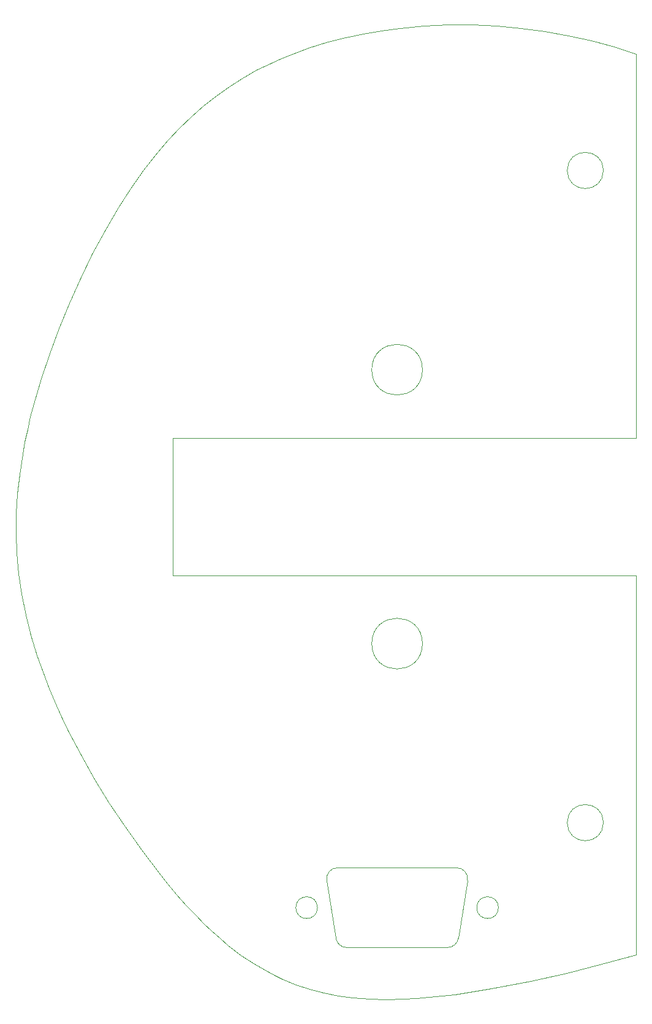
<source format=gbr>
G04 #@! TF.FileFunction,Profile,NP*
%FSLAX46Y46*%
G04 Gerber Fmt 4.6, Leading zero omitted, Abs format (unit mm)*
G04 Created by KiCad (PCBNEW 4.0.7) date Tue May 15 21:48:59 2018*
%MOMM*%
%LPD*%
G01*
G04 APERTURE LIST*
%ADD10C,0.100000*%
G04 APERTURE END LIST*
D10*
X150544997Y-156969045D02*
G75*
G02X152026367Y-155233373I1481370J235672D01*
G01*
X150544983Y-156969045D02*
X151817719Y-164969045D01*
X153299088Y-166233372D02*
G75*
G02X151817718Y-164969045I0J1499999D01*
G01*
X167238632Y-166233373D02*
X153299088Y-166233373D01*
X168720002Y-164969045D02*
G75*
G02X167238632Y-166233373I-1481370J235672D01*
G01*
X168720001Y-164969045D02*
X169992737Y-156969045D01*
X168511353Y-155233373D02*
G75*
G02X169992723Y-156969046I0J-1500000D01*
G01*
X152026367Y-155233373D02*
X168511353Y-155233373D01*
X174268860Y-160733373D02*
G75*
G03X174268860Y-160733373I-1500000J0D01*
G01*
X149268860Y-160733373D02*
G75*
G03X149268860Y-160733373I-1500000J0D01*
G01*
X163768860Y-124299574D02*
G75*
G03X163768860Y-124299574I-3500000J0D01*
G01*
X163768860Y-86499571D02*
G75*
G03X163768860Y-86499571I-3500000J0D01*
G01*
X188768860Y-149003721D02*
G75*
G03X188768860Y-149003721I-2500000J0D01*
G01*
X188768860Y-59003721D02*
G75*
G03X188768860Y-59003721I-2500000J0D01*
G01*
X193268860Y-95899572D02*
X129268860Y-95899572D01*
X129268860Y-95899572D02*
X129268860Y-114899572D01*
X129268860Y-114899572D02*
X193268860Y-114899572D01*
X193268860Y-114899572D02*
X193268860Y-167228689D01*
X188583923Y-168524893D02*
X193268860Y-167228689D01*
X183724640Y-169742391D02*
X188583923Y-168524893D01*
X178698593Y-170869123D02*
X183724640Y-169742391D01*
X176023071Y-171410169D02*
X178698593Y-170869123D01*
X173311996Y-171911344D02*
X176023071Y-171410169D01*
X170787079Y-172329588D02*
X173311996Y-171911344D01*
X168243286Y-172695921D02*
X170787079Y-172329588D01*
X166467667Y-172913709D02*
X168243286Y-172695921D01*
X164689545Y-173095892D02*
X166467667Y-172913709D01*
X162912216Y-173237272D02*
X164689545Y-173095892D01*
X161139175Y-173332350D02*
X162912216Y-173237272D01*
X158788086Y-173377317D02*
X161139175Y-173332350D01*
X156459900Y-173316488D02*
X158788086Y-173377317D01*
X154163315Y-173136976D02*
X156459900Y-173316488D01*
X152130264Y-172864195D02*
X154163315Y-173136976D01*
X150135040Y-172478346D02*
X152130264Y-172864195D01*
X148182495Y-171973539D02*
X150135040Y-172478346D01*
X146276611Y-171345747D02*
X148182495Y-171973539D01*
X144420303Y-170593137D02*
X146276611Y-171345747D01*
X143429001Y-170130003D02*
X144420303Y-170593137D01*
X142453079Y-169630354D02*
X143429001Y-170130003D01*
X140547241Y-168524488D02*
X142453079Y-169630354D01*
X138701569Y-167283483D02*
X140547241Y-168524488D01*
X136913635Y-165917806D02*
X138701569Y-167283483D01*
X135771667Y-164960909D02*
X136913635Y-165917806D01*
X134652191Y-163959329D02*
X135771667Y-164960909D01*
X133516815Y-162880255D02*
X134652191Y-163959329D01*
X132403397Y-161761450D02*
X133516815Y-162880255D01*
X131085098Y-160361143D02*
X132403397Y-161761450D01*
X129796265Y-158914961D02*
X131085098Y-160361143D01*
X128535461Y-157428278D02*
X129796265Y-158914961D01*
X127302521Y-155907007D02*
X128535461Y-157428278D01*
X124919678Y-152780298D02*
X127302521Y-155907007D01*
X122648010Y-149567617D02*
X124919678Y-152780298D01*
X120492195Y-146295187D02*
X122648010Y-149567617D01*
X118460114Y-142982893D02*
X120492195Y-146295187D01*
X116562202Y-139645033D02*
X118460114Y-142982893D01*
X114810722Y-136291013D02*
X116562202Y-139645033D01*
X113971321Y-134561682D02*
X114810722Y-136291013D01*
X113176079Y-132829878D02*
X113971321Y-134561682D01*
X112187698Y-130517210D02*
X113176079Y-132829878D01*
X111285576Y-128200254D02*
X112187698Y-130517210D01*
X110473976Y-125878370D02*
X111285576Y-128200254D01*
X109625099Y-123084234D02*
X110473976Y-125878370D01*
X108918404Y-120279463D02*
X109625099Y-123084234D01*
X108358963Y-117461691D02*
X108918404Y-120279463D01*
X107950539Y-114628614D02*
X108358963Y-117461691D01*
X107695343Y-111778257D02*
X107950539Y-114628614D01*
X107595497Y-109081098D02*
X107695343Y-111778257D01*
X107630173Y-106366949D02*
X107595497Y-109081098D01*
X107796638Y-103636030D02*
X107630173Y-106366949D01*
X108091011Y-100889242D02*
X107796638Y-103636030D01*
X108508408Y-98128164D02*
X108091011Y-100889242D01*
X108820091Y-96442701D02*
X108508408Y-98128164D01*
X109173836Y-94753423D02*
X108820091Y-96442701D01*
X109591118Y-92967756D02*
X109173836Y-94753423D01*
X110051926Y-91179617D02*
X109591118Y-92967756D01*
X111067932Y-87693823D02*
X110051926Y-91179617D01*
X112229897Y-84212179D02*
X111067932Y-87693823D01*
X113525948Y-80745619D02*
X112229897Y-84212179D01*
X114945648Y-77306745D02*
X113525948Y-80745619D01*
X116480659Y-73909788D02*
X114945648Y-77306745D01*
X118125443Y-70570631D02*
X116480659Y-73909788D01*
X119877930Y-67306806D02*
X118125443Y-70570631D01*
X121740219Y-64137464D02*
X119877930Y-67306806D01*
X123441864Y-61492567D02*
X121740219Y-64137464D01*
X125237801Y-58947782D02*
X123441864Y-61492567D01*
X126173935Y-57717451D02*
X125237801Y-58947782D01*
X127137131Y-56517545D02*
X126173935Y-57717451D01*
X128635284Y-54778532D02*
X127137131Y-56517545D01*
X130200821Y-53117460D02*
X128635284Y-54778532D01*
X131837036Y-51539411D02*
X130200821Y-53117460D01*
X133546295Y-50048826D02*
X131837036Y-51539411D01*
X135263489Y-48698789D02*
X133546295Y-50048826D01*
X137049576Y-47435835D02*
X135263489Y-48698789D01*
X138903290Y-46261732D02*
X137049576Y-47435835D01*
X140822342Y-45177519D02*
X138903290Y-46261732D01*
X142803528Y-44183607D02*
X140822342Y-45177519D01*
X144071579Y-43608244D02*
X142803528Y-44183607D01*
X145361221Y-43067991D02*
X144071579Y-43608244D01*
X148000351Y-42091917D02*
X145361221Y-43067991D01*
X150710266Y-41253080D02*
X148000351Y-42091917D01*
X153130386Y-40629179D02*
X150710266Y-41253080D01*
X155587616Y-40105406D02*
X153130386Y-40629179D01*
X158073578Y-39678999D02*
X155587616Y-40105406D01*
X160579880Y-39346998D02*
X158073578Y-39678999D01*
X162257996Y-39176634D02*
X160579880Y-39346998D01*
X163939148Y-39045988D02*
X162257996Y-39176634D01*
X167301712Y-38900511D02*
X163939148Y-39045988D01*
X170651138Y-38904081D02*
X167301712Y-38900511D01*
X174027466Y-39054777D02*
X170651138Y-38904081D01*
X177364868Y-39349302D02*
X174027466Y-39054777D01*
X180655350Y-39784437D02*
X177364868Y-39349302D01*
X183893524Y-40358030D02*
X180655350Y-39784437D01*
X187076126Y-41068769D02*
X183893524Y-40358030D01*
X190201462Y-41915968D02*
X187076126Y-41068769D01*
X193268860Y-42899366D02*
X190201462Y-41915968D01*
X193268860Y-95899572D02*
X193268860Y-42899366D01*
M02*

</source>
